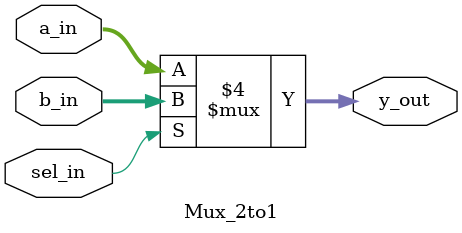
<source format=v>
`define DATA 4
module Mux_2to1(
    input [`DATA-1:0]a_in,b_in,
    input sel_in,
    output reg [`DATA-1:0]y_out
    );
    //Priority Logic
    always @ (*)
    begin
        if(sel_in == 1'b1) begin
            y_out = b_in;
        end
        else begin
            y_out = a_in;
        end
    end
    //Parallel Logic
    /*
        always @ (*)
        begin
            case(sel_in)
                1'b1 : y_out = b_in;
                1'b0 : y_out = a_in;
            endcase
        end
    */
endmodule

</source>
